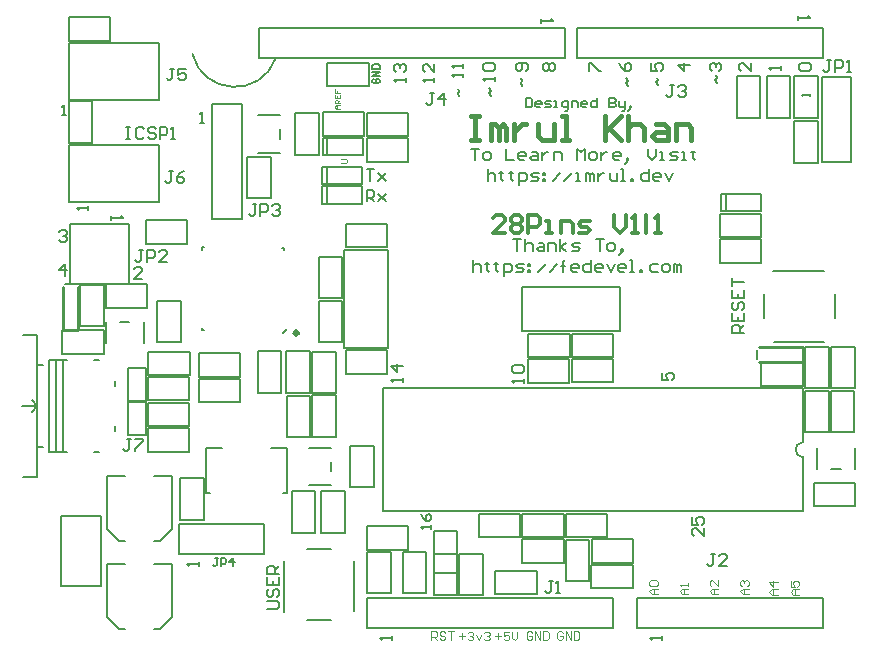
<source format=gto>
G04*
G04 #@! TF.GenerationSoftware,Altium Limited,Altium Designer,20.1.7 (139)*
G04*
G04 Layer_Color=65535*
%FSLAX44Y44*%
%MOMM*%
G71*
G04*
G04 #@! TF.SameCoordinates,5176B2A9-6DC6-4D15-A643-430D7AC4E40B*
G04*
G04*
G04 #@! TF.FilePolarity,Positive*
G04*
G01*
G75*
%ADD10C,0.2000*%
%ADD11C,0.5000*%
%ADD12C,0.2540*%
%ADD13C,0.1000*%
%ADD14C,0.1500*%
%ADD15C,0.3000*%
%ADD16C,0.4000*%
D10*
X116511Y499003D02*
G03*
X187152Y495300I35889J8997D01*
G01*
X633550Y170180D02*
G03*
X633550Y157480I0J-6350D01*
G01*
X431800Y495300D02*
Y520700D01*
X172720Y495300D02*
X431800D01*
X172720D02*
Y520700D01*
X431800D01*
X264160Y12700D02*
X472440D01*
X264160Y38100D02*
X472440D01*
Y12700D02*
Y38100D01*
X264160Y12700D02*
Y38100D01*
X441960Y520700D02*
X650240D01*
X441960Y495300D02*
X650240D01*
X441960D02*
Y520700D01*
X650240Y495300D02*
Y520700D01*
X492760Y12700D02*
Y38100D01*
X650112D01*
X492760Y12700D02*
X650112D01*
X650240Y19050D02*
Y31750D01*
Y12700D02*
Y19050D01*
Y31750D02*
Y38100D01*
X133300Y456648D02*
X158700D01*
Y359278D02*
Y456648D01*
X133300Y359278D02*
Y456648D01*
Y359278D02*
X158700D01*
X649276Y407706D02*
X674516D01*
X649276D02*
X649384Y479700D01*
X674516Y407706D02*
Y479700D01*
X649384D02*
X674516D01*
X177494Y75276D02*
Y100516D01*
X105500Y75384D02*
X177494Y75276D01*
X105500Y100516D02*
X177494D01*
X105500Y75384D02*
Y100516D01*
X11938Y460248D02*
Y508508D01*
X88138D01*
Y460248D02*
Y508508D01*
X11938Y460248D02*
X88138D01*
X11938Y373888D02*
Y422148D01*
X88138D01*
Y373888D02*
Y422148D01*
X11938Y373888D02*
X88138D01*
X13208Y354700D02*
X63246D01*
X13208Y303900D02*
X63246D01*
Y354700D01*
X13208Y303900D02*
Y354700D01*
X183306Y165558D02*
X196306D01*
X128306D02*
X141306D01*
X193263Y127558D02*
X196306D01*
X128306D02*
X131306D01*
X196306D02*
Y165558D01*
X128306Y127558D02*
Y165558D01*
X478534Y264053D02*
Y301263D01*
X395232Y264053D02*
X478534D01*
X395232D02*
Y301263D01*
X478534D01*
X245257Y249938D02*
X282467D01*
X245257D02*
Y333240D01*
X282467D01*
Y249938D02*
Y333240D01*
X277550Y111830D02*
X633550D01*
X277550D02*
Y215830D01*
X633550D01*
Y170180D02*
Y215830D01*
Y111830D02*
Y157480D01*
X172356Y447292D02*
X190356D01*
X172356Y415292D02*
X190356D01*
Y427292D02*
X190427Y435299D01*
X43284Y254106D02*
Y272106D01*
X75284Y254106D02*
Y272106D01*
X55277Y272177D02*
X63284Y272106D01*
X677670Y147464D02*
Y165464D01*
X645670Y147464D02*
Y165464D01*
X657670Y147464D02*
X665677Y147393D01*
X215536Y165606D02*
X233536D01*
X215536Y133606D02*
X233536D01*
Y145606D02*
X233607Y153613D01*
X54128Y86620D02*
X59128D01*
X44128Y96620D02*
X54128Y86620D01*
X84128D02*
X89128D01*
X84128Y141620D02*
X99128D01*
Y96620D02*
Y141620D01*
X44128Y96620D02*
Y141620D01*
X59128D01*
X89128Y86620D02*
X99128Y96620D01*
X54128Y12198D02*
X59128D01*
X44128Y22198D02*
X54128Y12198D01*
X84128D02*
X89128D01*
X84128Y67198D02*
X99128D01*
Y22198D02*
Y67198D01*
X44128Y22198D02*
Y67198D01*
X59128D01*
X89128Y12198D02*
X99128Y22198D01*
X5019Y48374D02*
Y107406D01*
Y48374D02*
X39164D01*
Y107406D01*
X5019D02*
X39164D01*
X607924Y315348D02*
X650924D01*
X608579Y255348D02*
X650924D01*
X600924Y275348D02*
Y295348D01*
X660924Y275348D02*
Y295348D01*
X193800Y26400D02*
Y69400D01*
X253800Y27055D02*
Y69400D01*
X213800Y19400D02*
X233800D01*
X213800Y79400D02*
X233800D01*
X564159Y365839D02*
X567943D01*
X564160Y380492D02*
X567944D01*
Y365840D02*
X597916D01*
Y380492D01*
X567944D02*
X597916D01*
X567944Y365840D02*
Y380492D01*
X564159Y365839D02*
Y380491D01*
X227101Y413083D02*
X230885D01*
X227102Y427736D02*
X230886D01*
Y413084D02*
X260858D01*
Y427736D01*
X230886D02*
X260858D01*
X230886Y413084D02*
Y427736D01*
X227101Y413083D02*
Y427735D01*
X226593Y388699D02*
X230377D01*
X226594Y403352D02*
X230378D01*
Y388700D02*
X260350D01*
Y403352D01*
X230378D02*
X260350D01*
X230378Y388700D02*
Y403352D01*
X226593Y388699D02*
Y403351D01*
Y372189D02*
X230377D01*
X226594Y386842D02*
X230378D01*
Y372190D02*
X260350D01*
Y386842D01*
X230378D02*
X260350D01*
X230378Y372190D02*
Y386842D01*
X226593Y372189D02*
Y386841D01*
X-19630Y196000D02*
X-14630Y201000D01*
X-19630Y206000D02*
X-14630Y201000D01*
X-15145D02*
X-14950D01*
X-15270D02*
X-14630D01*
X-27630D02*
X-14630D01*
Y166000D02*
X-9630D01*
X-14509Y235787D02*
X-9843D01*
X-26630Y261000D02*
X-14630D01*
X-26630Y141000D02*
X-14630D01*
Y261000D01*
X7370Y162000D02*
Y240000D01*
X1370Y162000D02*
Y240000D01*
X2870D01*
X33370D02*
X37370D01*
X51370Y218000D02*
Y222000D01*
Y180000D02*
Y184000D01*
X33370Y162000D02*
X37370D01*
X-4630Y240000D02*
X10370D01*
X-4630Y162000D02*
Y240000D01*
Y162000D02*
X10370D01*
X194498Y333013D02*
Y334998D01*
X194502Y335002D02*
X194503Y335004D01*
Y334997D02*
X194510D01*
X194502Y335004D02*
X194510Y334997D01*
X192506Y335004D02*
X194502D01*
X124390Y264819D02*
Y266804D01*
X124385Y264813D02*
X124387Y264815D01*
X124379Y264820D02*
X124385D01*
X124379D02*
X124386Y264813D01*
X126382D01*
X193500Y263000D02*
Y263006D01*
X196494Y266000D01*
X124590Y333052D02*
Y335049D01*
X124695Y335045D02*
X126681D01*
X9118Y303757D02*
X17282Y303834D01*
X594564Y248422D02*
X594641Y240258D01*
X163054Y411914D02*
X182856D01*
Y376864D02*
Y411914D01*
X163054Y376864D02*
Y411914D01*
Y376864D02*
X182856D01*
X264488Y429500D02*
Y449302D01*
X299538D01*
X264488Y429500D02*
X299538D01*
Y449302D01*
X264488Y407656D02*
Y427458D01*
X299538D01*
X264488Y407656D02*
X299538D01*
Y427458D01*
X86892Y254836D02*
X106694D01*
X86892D02*
Y289886D01*
X106694Y254836D02*
Y289886D01*
X86892D02*
X106694D01*
X77036Y338314D02*
Y358116D01*
X112086D01*
X77036Y338314D02*
X112086D01*
Y358116D01*
X114074Y205510D02*
Y225312D01*
X79024Y205510D02*
X114074D01*
X79024Y225312D02*
X114074D01*
X79024Y205510D02*
Y225312D01*
X114074Y183920D02*
Y203722D01*
X79024Y183920D02*
X114074D01*
X79024Y203722D02*
X114074D01*
X79024Y183920D02*
Y203722D01*
X79068Y162292D02*
Y182094D01*
X114118D01*
X79068Y162292D02*
X114118D01*
Y182094D01*
X223506Y290146D02*
X243308D01*
Y255096D02*
Y290146D01*
X223506Y255096D02*
Y290146D01*
Y255096D02*
X243308D01*
X602982Y479884D02*
X622784D01*
Y444834D02*
Y479884D01*
X602982Y444834D02*
Y479884D01*
Y444834D02*
X622784D01*
X577328Y479884D02*
X597130D01*
Y444834D02*
Y479884D01*
X577328Y444834D02*
Y479884D01*
Y444834D02*
X597130D01*
X626080Y441952D02*
X645882D01*
Y406902D02*
Y441952D01*
X626080Y406902D02*
Y441952D01*
Y406902D02*
X645882D01*
X359128Y89648D02*
Y109450D01*
X394178D01*
X359128Y89648D02*
X394178D01*
Y109450D01*
X633402Y217448D02*
Y237250D01*
X598352Y217448D02*
X633402D01*
X598352Y237250D02*
X633402D01*
X598352Y217448D02*
Y237250D01*
X262054Y429792D02*
Y449594D01*
X227004Y429792D02*
X262054D01*
X227004Y449594D02*
X262054D01*
X227004Y429792D02*
Y449594D01*
X400784Y220712D02*
Y240514D01*
X435834D01*
X400784Y220712D02*
X435834D01*
Y240514D01*
X598096Y343940D02*
Y363742D01*
X563046Y343940D02*
X598096D01*
X563046Y363742D02*
X598096D01*
X563046Y343940D02*
Y363742D01*
X657324Y213872D02*
X677126D01*
Y178822D02*
Y213872D01*
X657324Y178822D02*
Y213872D01*
Y178822D02*
X677126D01*
X21576Y303710D02*
X41378D01*
Y268660D02*
Y303710D01*
X21576Y268660D02*
Y303710D01*
Y268660D02*
X41378D01*
X657362Y215900D02*
X677164D01*
X657362D02*
Y250950D01*
X677164Y215900D02*
Y250950D01*
X657362D02*
X677164D01*
X264692Y42238D02*
X284494D01*
X264692D02*
Y77288D01*
X284494Y42238D02*
Y77288D01*
X264692D02*
X284494D01*
X250176Y167058D02*
X269978D01*
Y132008D02*
Y167058D01*
X250176Y132008D02*
Y167058D01*
Y132008D02*
X269978D01*
X41480Y245134D02*
Y264936D01*
X6430Y245134D02*
X41480D01*
X6430Y264936D02*
X41480D01*
X6430Y245134D02*
Y264936D01*
X635518Y215900D02*
X655320D01*
X635518D02*
Y250950D01*
X655320Y215900D02*
Y250950D01*
X635518D02*
X655320D01*
X264488Y79234D02*
Y99036D01*
X299538D01*
X264488Y79234D02*
X299538D01*
Y99036D01*
X156898Y203986D02*
Y223788D01*
X121848Y203986D02*
X156898D01*
X121848Y223788D02*
X156898D01*
X121848Y203986D02*
Y223788D01*
X320826Y59764D02*
X340628D01*
X320826D02*
Y94814D01*
X340628Y59764D02*
Y94814D01*
X320826D02*
X340628D01*
X320826Y40714D02*
X340628D01*
X320826D02*
Y75764D01*
X340628Y40714D02*
Y75764D01*
X320826D02*
X340628D01*
X62470Y205464D02*
Y232936D01*
Y205464D02*
X77237D01*
Y232936D01*
X62470D02*
X77237D01*
X77230Y176378D02*
Y203850D01*
X62463D02*
X77230D01*
X62463Y176378D02*
Y203850D01*
Y176378D02*
X77230D01*
X218203Y246888D02*
X238013D01*
X218203Y211836D02*
Y246888D01*
Y211836D02*
X238013D01*
Y246888D01*
X196079Y211974D02*
Y247026D01*
X215889D01*
Y211974D02*
Y247026D01*
X196079Y211974D02*
X215889D01*
X223537Y327050D02*
X243347D01*
X223537Y291998D02*
Y327050D01*
Y291998D02*
X243347D01*
Y327050D01*
X172079Y211974D02*
Y247026D01*
X191889D01*
Y211974D02*
Y247026D01*
X172079Y211974D02*
X191889D01*
X156972Y225537D02*
Y245347D01*
X121920D02*
X156972D01*
X121920Y225537D02*
Y245347D01*
Y225537D02*
X156972D01*
X31765Y423672D02*
Y458724D01*
X11955Y423672D02*
X31765D01*
X11955D02*
Y458724D01*
X31765D01*
X281432Y335265D02*
Y355075D01*
X246380D02*
X281432D01*
X246380Y335265D02*
Y355075D01*
Y335265D02*
X281432D01*
X246380Y228331D02*
X281432D01*
X246380D02*
Y248141D01*
X281432D01*
Y228331D02*
Y248141D01*
X626111Y480026D02*
X645921D01*
X626111Y444974D02*
Y480026D01*
Y444974D02*
X645921D01*
Y480026D01*
X126221Y104674D02*
Y139726D01*
X106411Y104674D02*
X126221D01*
X106411D02*
Y139726D01*
X126221D01*
X200931Y128778D02*
X220741D01*
X200931Y93726D02*
Y128778D01*
Y93726D02*
X220741D01*
Y128778D01*
X373126Y41387D02*
X408178D01*
X373126D02*
Y61197D01*
X408178D01*
Y41387D02*
Y61197D01*
X294911Y77368D02*
X314721D01*
X294911Y42316D02*
Y77368D01*
Y42316D02*
X314721D01*
Y77368D01*
X362473Y40538D02*
Y75590D01*
X342663Y40538D02*
X362473D01*
X342663D02*
Y75590D01*
X362473D01*
X46990Y510271D02*
Y530081D01*
X11938D02*
X46990D01*
X11938Y510271D02*
Y530081D01*
Y510271D02*
X46990D01*
X437744Y240553D02*
X472796D01*
Y220743D02*
Y240553D01*
X437744Y220743D02*
X472796D01*
X437744D02*
Y240553D01*
X454508Y68089D02*
Y87899D01*
Y68089D02*
X489560D01*
Y87899D01*
X454508D02*
X489560D01*
X230632Y471663D02*
X265684D01*
X230632D02*
Y491473D01*
X265684D01*
Y471663D02*
Y491473D01*
X395884Y68089D02*
Y87899D01*
Y68089D02*
X430936D01*
Y87899D01*
X395884D02*
X430936D01*
X395986Y109489D02*
X431038D01*
Y89679D02*
Y109489D01*
X395986Y89679D02*
X431038D01*
X395986D02*
Y109489D01*
X467868Y89647D02*
Y109457D01*
X432816D02*
X467868D01*
X432816Y89647D02*
Y109457D01*
Y89647D02*
X467868D01*
X437744Y242301D02*
X472796D01*
X437744D02*
Y262111D01*
X472796D01*
Y242301D02*
Y262111D01*
X203693Y413512D02*
X223503D01*
Y448564D01*
X203693D02*
X223503D01*
X203693Y413512D02*
Y448564D01*
X400812Y262143D02*
X435864D01*
Y242333D02*
Y262143D01*
X400812Y242333D02*
X435864D01*
X400812D02*
Y262143D01*
X677926Y116063D02*
Y135873D01*
X642874D02*
X677926D01*
X642874Y116063D02*
Y135873D01*
Y116063D02*
X677926D01*
X238013Y174752D02*
Y209804D01*
X218203Y174752D02*
X238013D01*
X218203D02*
Y209804D01*
X238013D01*
X78232Y283957D02*
Y303767D01*
X43180D02*
X78232D01*
X43180Y283957D02*
Y303767D01*
Y283957D02*
X78232D01*
X79096Y227061D02*
X114148D01*
X79096D02*
Y246871D01*
X114148D01*
Y227061D02*
Y246871D01*
X635479Y178894D02*
X655289D01*
Y213946D01*
X635479D02*
X655289D01*
X635479Y178894D02*
Y213946D01*
X245633Y93472D02*
Y128524D01*
X225823Y93472D02*
X245633D01*
X225823D02*
Y128524D01*
X245633D01*
X597916Y322057D02*
Y341867D01*
X562864D02*
X597916D01*
X562864Y322057D02*
Y341867D01*
Y322057D02*
X597916D01*
X196327Y174650D02*
Y209702D01*
X216137D01*
Y174650D02*
Y209702D01*
X196327Y174650D02*
X216137D01*
X454406Y46499D02*
Y66309D01*
Y46499D02*
X489458D01*
Y66309D01*
X454406D02*
X489458D01*
X432801Y52730D02*
Y87782D01*
X452611D01*
Y52730D02*
Y87782D01*
X432801Y52730D02*
X452611D01*
X411923Y528793D02*
Y525461D01*
Y527127D01*
X421919D01*
X420253Y528793D01*
X285298Y2589D02*
Y5922D01*
Y4255D01*
X275301D01*
X276967Y2589D01*
X629102Y530811D02*
Y527478D01*
Y529145D01*
X639099D01*
X637433Y530811D01*
X513898Y2589D02*
Y5922D01*
Y4255D01*
X503901D01*
X505567Y2589D01*
X123189Y440102D02*
X126522D01*
X124855D01*
Y450099D01*
X123189Y448433D01*
X639500Y463000D02*
Y465333D01*
Y464166D01*
X632502D01*
X633669Y463000D01*
X122098Y65189D02*
Y68521D01*
Y66855D01*
X112101D01*
X113767Y65189D01*
X28480Y366490D02*
Y369822D01*
Y368156D01*
X18483D01*
X20149Y366490D01*
X47720Y361590D02*
Y358258D01*
Y359924D01*
X57717D01*
X56051Y361590D01*
X373000Y476000D02*
Y479332D01*
Y477666D01*
X363003D01*
X364669Y476000D01*
Y484331D02*
X363003Y485997D01*
Y489329D01*
X364669Y490995D01*
X371334D01*
X373000Y489329D01*
Y485997D01*
X371334Y484331D01*
X364669D01*
X354000Y324329D02*
Y314332D01*
Y319331D01*
X355666Y320997D01*
X358998D01*
X360664Y319331D01*
Y314332D01*
X365663Y322663D02*
Y320997D01*
X363997D01*
X367329D01*
X365663D01*
Y315998D01*
X367329Y314332D01*
X373994Y322663D02*
Y320997D01*
X372327D01*
X375660D01*
X373994D01*
Y315998D01*
X375660Y314332D01*
X380658Y311000D02*
Y320997D01*
X385657D01*
X387323Y319331D01*
Y315998D01*
X385657Y314332D01*
X380658D01*
X390655D02*
X395653D01*
X397319Y315998D01*
X395653Y317665D01*
X392321D01*
X390655Y319331D01*
X392321Y320997D01*
X397319D01*
X400652D02*
X402318D01*
Y319331D01*
X400652D01*
Y320997D01*
Y315998D02*
X402318D01*
Y314332D01*
X400652D01*
Y315998D01*
X408982Y314332D02*
X415647Y320997D01*
X418979Y314332D02*
X425644Y320997D01*
X430642Y314332D02*
Y322663D01*
Y319331D01*
X428976D01*
X432308D01*
X430642D01*
Y322663D01*
X432308Y324329D01*
X442305Y314332D02*
X438973D01*
X437307Y315998D01*
Y319331D01*
X438973Y320997D01*
X442305D01*
X443971Y319331D01*
Y317665D01*
X437307D01*
X453968Y324329D02*
Y314332D01*
X448969D01*
X447303Y315998D01*
Y319331D01*
X448969Y320997D01*
X453968D01*
X462298Y314332D02*
X458966D01*
X457300Y315998D01*
Y319331D01*
X458966Y320997D01*
X462298D01*
X463965Y319331D01*
Y317665D01*
X457300D01*
X467297Y320997D02*
X470629Y314332D01*
X473961Y320997D01*
X482292Y314332D02*
X478960D01*
X477294Y315998D01*
Y319331D01*
X478960Y320997D01*
X482292D01*
X483958Y319331D01*
Y317665D01*
X477294D01*
X487290Y314332D02*
X490623D01*
X488956D01*
Y324329D01*
X487290D01*
X495621Y314332D02*
Y315998D01*
X497287D01*
Y314332D01*
X495621D01*
X510616Y320997D02*
X505618D01*
X503952Y319331D01*
Y315998D01*
X505618Y314332D01*
X510616D01*
X515615D02*
X518947D01*
X520613Y315998D01*
Y319331D01*
X518947Y320997D01*
X515615D01*
X513948Y319331D01*
Y315998D01*
X515615Y314332D01*
X523945D02*
Y320997D01*
X525611D01*
X527277Y319331D01*
Y314332D01*
Y319331D01*
X528944Y320997D01*
X530610Y319331D01*
Y314332D01*
X388000Y341829D02*
X394664D01*
X391332D01*
Y331832D01*
X397997Y341829D02*
Y331832D01*
Y336831D01*
X399663Y338497D01*
X402995D01*
X404661Y336831D01*
Y331832D01*
X409660Y338497D02*
X412992D01*
X414658Y336831D01*
Y331832D01*
X409660D01*
X407994Y333498D01*
X409660Y335164D01*
X414658D01*
X417990Y331832D02*
Y338497D01*
X422989D01*
X424655Y336831D01*
Y331832D01*
X427987D02*
Y341829D01*
Y335164D02*
X432985Y338497D01*
X427987Y335164D02*
X432985Y331832D01*
X437984D02*
X442982D01*
X444648Y333498D01*
X442982Y335164D01*
X439650D01*
X437984Y336831D01*
X439650Y338497D01*
X444648D01*
X457977Y341829D02*
X464642D01*
X461310D01*
Y331832D01*
X469640D02*
X472973D01*
X474639Y333498D01*
Y336831D01*
X472973Y338497D01*
X469640D01*
X467974Y336831D01*
Y333498D01*
X469640Y331832D01*
X479637Y330166D02*
X481303Y331832D01*
Y333498D01*
X479637D01*
Y331832D01*
X481303D01*
X479637Y330166D01*
X477971Y328500D01*
X366500Y401329D02*
Y391332D01*
Y396331D01*
X368166Y397997D01*
X371498D01*
X373164Y396331D01*
Y391332D01*
X378163Y399663D02*
Y397997D01*
X376497D01*
X379829D01*
X378163D01*
Y392998D01*
X379829Y391332D01*
X386494Y399663D02*
Y397997D01*
X384827D01*
X388160D01*
X386494D01*
Y392998D01*
X388160Y391332D01*
X393158Y388000D02*
Y397997D01*
X398157D01*
X399823Y396331D01*
Y392998D01*
X398157Y391332D01*
X393158D01*
X403155D02*
X408153D01*
X409819Y392998D01*
X408153Y394664D01*
X404821D01*
X403155Y396331D01*
X404821Y397997D01*
X409819D01*
X413152D02*
X414818D01*
Y396331D01*
X413152D01*
Y397997D01*
Y392998D02*
X414818D01*
Y391332D01*
X413152D01*
Y392998D01*
X421482Y391332D02*
X428147Y397997D01*
X431479Y391332D02*
X438144Y397997D01*
X441476Y391332D02*
X444808D01*
X443142D01*
Y397997D01*
X441476D01*
X449807Y391332D02*
Y397997D01*
X451473D01*
X453139Y396331D01*
Y391332D01*
Y396331D01*
X454805Y397997D01*
X456471Y396331D01*
Y391332D01*
X459803Y397997D02*
Y391332D01*
Y394664D01*
X461469Y396331D01*
X463135Y397997D01*
X464802D01*
X469800D02*
Y392998D01*
X471466Y391332D01*
X476465D01*
Y397997D01*
X479797Y391332D02*
X483129D01*
X481463D01*
Y401329D01*
X479797D01*
X488127Y391332D02*
Y392998D01*
X489794D01*
Y391332D01*
X488127D01*
X503123Y401329D02*
Y391332D01*
X498124D01*
X496458Y392998D01*
Y396331D01*
X498124Y397997D01*
X503123D01*
X511453Y391332D02*
X508121D01*
X506455Y392998D01*
Y396331D01*
X508121Y397997D01*
X511453D01*
X513119Y396331D01*
Y394664D01*
X506455D01*
X516452Y397997D02*
X519784Y391332D01*
X523116Y397997D01*
X352500Y418829D02*
X359165D01*
X355832D01*
Y408832D01*
X364163D02*
X367495D01*
X369161Y410498D01*
Y413831D01*
X367495Y415497D01*
X364163D01*
X362497Y413831D01*
Y410498D01*
X364163Y408832D01*
X382490Y418829D02*
Y408832D01*
X389155D01*
X397486D02*
X394153D01*
X392487Y410498D01*
Y413831D01*
X394153Y415497D01*
X397486D01*
X399152Y413831D01*
Y412164D01*
X392487D01*
X404150Y415497D02*
X407482D01*
X409148Y413831D01*
Y408832D01*
X404150D01*
X402484Y410498D01*
X404150Y412164D01*
X409148D01*
X412481Y415497D02*
Y408832D01*
Y412164D01*
X414147Y413831D01*
X415813Y415497D01*
X417479D01*
X422477Y408832D02*
Y415497D01*
X427476D01*
X429142Y413831D01*
Y408832D01*
X442471D02*
Y418829D01*
X445803Y415497D01*
X449136Y418829D01*
Y408832D01*
X454134D02*
X457466D01*
X459132Y410498D01*
Y413831D01*
X457466Y415497D01*
X454134D01*
X452468Y413831D01*
Y410498D01*
X454134Y408832D01*
X462465Y415497D02*
Y408832D01*
Y412164D01*
X464131Y413831D01*
X465797Y415497D01*
X467463D01*
X477460Y408832D02*
X474128D01*
X472461Y410498D01*
Y413831D01*
X474128Y415497D01*
X477460D01*
X479126Y413831D01*
Y412164D01*
X472461D01*
X484124Y407166D02*
X485790Y408832D01*
Y410498D01*
X484124D01*
Y408832D01*
X485790D01*
X484124Y407166D01*
X482458Y405500D01*
X502452Y418829D02*
Y412164D01*
X505784Y408832D01*
X509116Y412164D01*
Y418829D01*
X512449Y408832D02*
X515781D01*
X514115D01*
Y415497D01*
X512449D01*
X520779Y408832D02*
X525778D01*
X527444Y410498D01*
X525778Y412164D01*
X522445D01*
X520779Y413831D01*
X522445Y415497D01*
X527444D01*
X530776Y408832D02*
X534108D01*
X532442D01*
Y415497D01*
X530776D01*
X540773Y417163D02*
Y415497D01*
X539106D01*
X542439D01*
X540773D01*
Y410498D01*
X542439Y408832D01*
X342500Y463000D02*
X341072Y465380D01*
X342500Y467285D01*
X341548Y469189D01*
X369000Y463500D02*
X367572Y465880D01*
X369000Y467785D01*
X368048Y469689D01*
X396000Y472000D02*
X394572Y474380D01*
X396000Y476285D01*
X395048Y478189D01*
X485000Y472000D02*
X483572Y474380D01*
X485000Y476285D01*
X484048Y478189D01*
X510500Y472500D02*
X509072Y474880D01*
X510500Y476785D01*
X509548Y478689D01*
X556169Y484500D02*
X554503Y486166D01*
Y489498D01*
X556169Y491165D01*
X557836D01*
X559502Y489498D01*
Y487832D01*
Y489498D01*
X561168Y491165D01*
X562834D01*
X564500Y489498D01*
Y486166D01*
X562834Y484500D01*
X560500Y474500D02*
X559072Y476880D01*
X560500Y478785D01*
X559548Y480689D01*
X505003Y491165D02*
Y484500D01*
X510002D01*
X508335Y487832D01*
Y489498D01*
X510002Y491165D01*
X513334D01*
X515000Y489498D01*
Y486166D01*
X513334Y484500D01*
X478003Y491165D02*
X479669Y487832D01*
X483002Y484500D01*
X486334D01*
X488000Y486166D01*
Y489498D01*
X486334Y491165D01*
X484668D01*
X483002Y489498D01*
Y484500D01*
X398834D02*
X400500Y486166D01*
Y489498D01*
X398834Y491165D01*
X392169D01*
X390503Y489498D01*
Y486166D01*
X392169Y484500D01*
X393835D01*
X395502Y486166D01*
Y491165D01*
X346000Y479000D02*
Y482332D01*
Y480666D01*
X336003D01*
X337669Y479000D01*
X346000Y487331D02*
Y490663D01*
Y488997D01*
X336003D01*
X337669Y487331D01*
X297500Y475000D02*
Y478332D01*
Y476666D01*
X287503D01*
X289169Y475000D01*
Y483331D02*
X287503Y484997D01*
Y488329D01*
X289169Y489995D01*
X290835D01*
X292502Y488329D01*
Y486663D01*
Y488329D01*
X294168Y489995D01*
X295834D01*
X297500Y488329D01*
Y484997D01*
X295834Y483331D01*
X321500Y475500D02*
Y478832D01*
Y477166D01*
X311503D01*
X313169Y475500D01*
X321500Y490495D02*
Y483831D01*
X314835Y490495D01*
X313169D01*
X311503Y488829D01*
Y485497D01*
X313169Y483831D01*
X415169Y484500D02*
X413503Y486166D01*
Y489498D01*
X415169Y491165D01*
X416836D01*
X418502Y489498D01*
X420168Y491165D01*
X421834D01*
X423500Y489498D01*
Y486166D01*
X421834Y484500D01*
X420168D01*
X418502Y486166D01*
X416836Y484500D01*
X415169D01*
X418502Y486166D02*
Y489498D01*
X452503Y484500D02*
Y491165D01*
X454169D01*
X460834Y484500D01*
X462500D01*
X538000Y489498D02*
X528003D01*
X533002Y484500D01*
Y491165D01*
X589500Y491165D02*
Y484500D01*
X582836Y491165D01*
X581169D01*
X579503Y489498D01*
Y486166D01*
X581169Y484500D01*
X615000Y485500D02*
Y488832D01*
Y487166D01*
X605003D01*
X606669Y485500D01*
X631669Y484500D02*
X630003Y486166D01*
Y489498D01*
X631669Y491165D01*
X638334D01*
X640000Y489498D01*
Y486166D01*
X638334Y484500D01*
X631669D01*
X264000Y401497D02*
X270665D01*
X267332D01*
Y391500D01*
X273997Y398164D02*
X280661Y391500D01*
X277329Y394832D01*
X280661Y398164D01*
X273997Y391500D01*
X264000Y374000D02*
Y383997D01*
X268998D01*
X270665Y382331D01*
Y378998D01*
X268998Y377332D01*
X264000D01*
X267332D02*
X270665Y374000D01*
X273997Y380664D02*
X280661Y374000D01*
X277329Y377332D01*
X280661Y380664D01*
X273997Y374000D01*
X549500Y97164D02*
Y90500D01*
X542835Y97164D01*
X541169D01*
X539503Y95498D01*
Y92166D01*
X541169Y90500D01*
X539503Y107161D02*
Y100497D01*
X544502D01*
X542835Y103829D01*
Y105495D01*
X544502Y107161D01*
X547834D01*
X549500Y105495D01*
Y102163D01*
X547834Y100497D01*
X295000Y221000D02*
Y224332D01*
Y222666D01*
X285003D01*
X286669Y221000D01*
X295000Y234329D02*
X285003D01*
X290002Y229331D01*
Y235995D01*
X397000Y220500D02*
Y223832D01*
Y222166D01*
X387003D01*
X388669Y220500D01*
Y228831D02*
X387003Y230497D01*
Y233829D01*
X388669Y235495D01*
X395334D01*
X397000Y233829D01*
Y230497D01*
X395334Y228831D01*
X388669D01*
X514003Y229165D02*
Y222500D01*
X519002D01*
X517336Y225832D01*
Y227498D01*
X519002Y229165D01*
X522334D01*
X524000Y227498D01*
Y224166D01*
X522334Y222500D01*
X8498Y311000D02*
Y320997D01*
X3500Y315998D01*
X10165D01*
X3500Y348331D02*
X5166Y349997D01*
X8498D01*
X10165Y348331D01*
Y346665D01*
X8498Y344998D01*
X6832D01*
X8498D01*
X10165Y343332D01*
Y341666D01*
X8498Y340000D01*
X5166D01*
X3500Y341666D01*
X73664Y308500D02*
X67000D01*
X73664Y315165D01*
Y316831D01*
X71998Y318497D01*
X68666D01*
X67000Y316831D01*
X60500Y436997D02*
X63832D01*
X62166D01*
Y427000D01*
X60500D01*
X63832D01*
X75495Y435331D02*
X73829Y436997D01*
X70497D01*
X68831Y435331D01*
Y428666D01*
X70497Y427000D01*
X73829D01*
X75495Y428666D01*
X85492Y435331D02*
X83826Y436997D01*
X80494D01*
X78827Y435331D01*
Y433665D01*
X80494Y431998D01*
X83826D01*
X85492Y430332D01*
Y428666D01*
X83826Y427000D01*
X80494D01*
X78827Y428666D01*
X88824Y427000D02*
Y436997D01*
X93823D01*
X95489Y435331D01*
Y431998D01*
X93823Y430332D01*
X88824D01*
X98821Y427000D02*
X102153D01*
X100487D01*
Y436997D01*
X98821Y435331D01*
X179503Y29000D02*
X187834D01*
X189500Y30666D01*
Y33998D01*
X187834Y35665D01*
X179503D01*
X181169Y45661D02*
X179503Y43995D01*
Y40663D01*
X181169Y38997D01*
X182835D01*
X184502Y40663D01*
Y43995D01*
X186168Y45661D01*
X187834D01*
X189500Y43995D01*
Y40663D01*
X187834Y38997D01*
X179503Y55658D02*
Y48994D01*
X189500D01*
Y55658D01*
X184502Y48994D02*
Y52326D01*
X189500Y58990D02*
X179503D01*
Y63989D01*
X181169Y65655D01*
X184502D01*
X186168Y63989D01*
Y58990D01*
Y62323D02*
X189500Y65655D01*
X583500Y262500D02*
X573503D01*
Y267498D01*
X575169Y269165D01*
X578502D01*
X580168Y267498D01*
Y262500D01*
Y265832D02*
X583500Y269165D01*
X573503Y279161D02*
Y272497D01*
X583500D01*
Y279161D01*
X578502Y272497D02*
Y275829D01*
X575169Y289158D02*
X573503Y287492D01*
Y284160D01*
X575169Y282494D01*
X576836D01*
X578502Y284160D01*
Y287492D01*
X580168Y289158D01*
X581834D01*
X583500Y287492D01*
Y284160D01*
X581834Y282494D01*
X573503Y299155D02*
Y292490D01*
X583500D01*
Y299155D01*
X578502Y292490D02*
Y295823D01*
X573503Y302487D02*
Y309152D01*
Y305819D01*
X583500D01*
X170835Y371998D02*
X167503D01*
X169169D01*
Y363668D01*
X167503Y362002D01*
X165837D01*
X164171Y363668D01*
X174168Y362002D02*
Y371998D01*
X179166D01*
X180832Y370332D01*
Y367000D01*
X179166Y365334D01*
X174168D01*
X184165Y370332D02*
X185831Y371998D01*
X189163D01*
X190829Y370332D01*
Y368666D01*
X189163Y367000D01*
X187497D01*
X189163D01*
X190829Y365334D01*
Y363668D01*
X189163Y362002D01*
X185831D01*
X184165Y363668D01*
X74836Y332998D02*
X71503D01*
X73169D01*
Y324668D01*
X71503Y323002D01*
X69837D01*
X68171Y324668D01*
X78168Y323002D02*
Y332998D01*
X83166D01*
X84832Y331332D01*
Y328000D01*
X83166Y326334D01*
X78168D01*
X94829Y323002D02*
X88165D01*
X94829Y329666D01*
Y331332D01*
X93163Y332998D01*
X89831D01*
X88165Y331332D01*
X657502Y493498D02*
X654169D01*
X655835D01*
Y485168D01*
X654169Y483502D01*
X652503D01*
X650837Y485168D01*
X660834Y483502D02*
Y493498D01*
X665832D01*
X667498Y491832D01*
Y488500D01*
X665832Y486834D01*
X660834D01*
X670831Y483502D02*
X674163D01*
X672497D01*
Y493498D01*
X670831Y491832D01*
X64374Y172622D02*
X61042D01*
X62708D01*
Y164292D01*
X61042Y162626D01*
X59376D01*
X57709Y164292D01*
X67706Y172622D02*
X74371D01*
Y170956D01*
X67706Y164292D01*
Y162626D01*
X99834Y399998D02*
X96502D01*
X98168D01*
Y391668D01*
X96502Y390002D01*
X94836D01*
X93169Y391668D01*
X109831Y399998D02*
X106498Y398332D01*
X103166Y395000D01*
Y391668D01*
X104832Y390002D01*
X108165D01*
X109831Y391668D01*
Y393334D01*
X108165Y395000D01*
X103166D01*
X101334Y486498D02*
X98002D01*
X99668D01*
Y478168D01*
X98002Y476502D01*
X96335D01*
X94669Y478168D01*
X111331Y486498D02*
X104666D01*
Y481500D01*
X107998Y483166D01*
X109664D01*
X111331Y481500D01*
Y478168D01*
X109664Y476502D01*
X106332D01*
X104666Y478168D01*
X321334Y465998D02*
X318002D01*
X319668D01*
Y457668D01*
X318002Y456002D01*
X316336D01*
X314669Y457668D01*
X329664Y456002D02*
Y465998D01*
X324666Y461000D01*
X331331D01*
X524334Y472498D02*
X521002D01*
X522668D01*
Y464168D01*
X521002Y462502D01*
X519336D01*
X517669Y464168D01*
X527666Y470832D02*
X529332Y472498D01*
X532664D01*
X534331Y470832D01*
Y469166D01*
X532664Y467500D01*
X530998D01*
X532664D01*
X534331Y465834D01*
Y464168D01*
X532664Y462502D01*
X529332D01*
X527666Y464168D01*
X559334Y75498D02*
X556002D01*
X557668D01*
Y67168D01*
X556002Y65502D01*
X554336D01*
X552669Y67168D01*
X569331Y65502D02*
X562666D01*
X569331Y72166D01*
Y73832D01*
X567664Y75498D01*
X564332D01*
X562666Y73832D01*
X421500Y52498D02*
X418168D01*
X419834D01*
Y44168D01*
X418168Y42502D01*
X416502D01*
X414836Y44168D01*
X424832Y42502D02*
X428164D01*
X426498D01*
Y52498D01*
X424832Y50832D01*
D11*
X205240Y262638D02*
G03*
X205240Y262638I-902J0D01*
G01*
D12*
X19558Y265176D02*
Y301752D01*
X6828Y265176D02*
Y301752D01*
Y265176D02*
X19558D01*
X596646Y250698D02*
X633222D01*
X596646Y237968D02*
X633222D01*
Y250698D01*
D13*
X430165Y8831D02*
X428999Y9998D01*
X426666D01*
X425500Y8831D01*
Y4166D01*
X426666Y3000D01*
X428999D01*
X430165Y4166D01*
Y6499D01*
X427833D01*
X432498Y3000D02*
Y9998D01*
X437163Y3000D01*
Y9998D01*
X439496D02*
Y3000D01*
X442994D01*
X444161Y4166D01*
Y8831D01*
X442994Y9998D01*
X439496D01*
X404165Y8831D02*
X402999Y9998D01*
X400666D01*
X399500Y8831D01*
Y4166D01*
X400666Y3000D01*
X402999D01*
X404165Y4166D01*
Y6499D01*
X401833D01*
X406498Y3000D02*
Y9998D01*
X411163Y3000D01*
Y9998D01*
X413495D02*
Y3000D01*
X416994D01*
X418161Y4166D01*
Y8831D01*
X416994Y9998D01*
X413495D01*
X319000Y3000D02*
Y9998D01*
X322499D01*
X323665Y8831D01*
Y6499D01*
X322499Y5333D01*
X319000D01*
X321333D02*
X323665Y3000D01*
X330663Y8831D02*
X329497Y9998D01*
X327164D01*
X325998Y8831D01*
Y7665D01*
X327164Y6499D01*
X329497D01*
X330663Y5333D01*
Y4166D01*
X329497Y3000D01*
X327164D01*
X325998Y4166D01*
X332995Y9998D02*
X337661D01*
X335328D01*
Y3000D01*
X342500Y5999D02*
X347165D01*
X344833Y8332D02*
Y3666D01*
X349498Y8332D02*
X350664Y9498D01*
X352997D01*
X354163Y8332D01*
Y7165D01*
X352997Y5999D01*
X351830D01*
X352997D01*
X354163Y4833D01*
Y3666D01*
X352997Y2500D01*
X350664D01*
X349498Y3666D01*
X356496Y7165D02*
X358828Y2500D01*
X361161Y7165D01*
X363493Y8332D02*
X364660Y9498D01*
X366992D01*
X368158Y8332D01*
Y7165D01*
X366992Y5999D01*
X365826D01*
X366992D01*
X368158Y4833D01*
Y3666D01*
X366992Y2500D01*
X364660D01*
X363493Y3666D01*
X373000Y5999D02*
X377665D01*
X375333Y8332D02*
Y3666D01*
X384663Y9498D02*
X379998D01*
Y5999D01*
X382330Y7165D01*
X383497D01*
X384663Y5999D01*
Y3666D01*
X383497Y2500D01*
X381164D01*
X379998Y3666D01*
X386996Y9498D02*
Y4833D01*
X389328Y2500D01*
X391661Y4833D01*
Y9498D01*
X630000Y41000D02*
X625335D01*
X623002Y43333D01*
X625335Y45665D01*
X630000D01*
X626501D01*
Y41000D01*
X623002Y52663D02*
Y47998D01*
X626501D01*
X625335Y50330D01*
Y51497D01*
X626501Y52663D01*
X628834D01*
X630000Y51497D01*
Y49164D01*
X628834Y47998D01*
X612000Y41000D02*
X607335D01*
X605002Y43333D01*
X607335Y45665D01*
X612000D01*
X608501D01*
Y41000D01*
X612000Y51497D02*
X605002D01*
X608501Y47998D01*
Y52663D01*
X587500Y41500D02*
X582835D01*
X580502Y43833D01*
X582835Y46165D01*
X587500D01*
X584001D01*
Y41500D01*
X581669Y48498D02*
X580502Y49664D01*
Y51997D01*
X581669Y53163D01*
X582835D01*
X584001Y51997D01*
Y50830D01*
Y51997D01*
X585167Y53163D01*
X586334D01*
X587500Y51997D01*
Y49664D01*
X586334Y48498D01*
X561500Y41500D02*
X556835D01*
X554502Y43833D01*
X556835Y46165D01*
X561500D01*
X558001D01*
Y41500D01*
X561500Y53163D02*
Y48498D01*
X556835Y53163D01*
X555668D01*
X554502Y51997D01*
Y49664D01*
X555668Y48498D01*
X536000Y41500D02*
X531335D01*
X529002Y43833D01*
X531335Y46165D01*
X536000D01*
X532501D01*
Y41500D01*
X536000Y48498D02*
Y50830D01*
Y49664D01*
X529002D01*
X530168Y48498D01*
X510500Y41500D02*
X505835D01*
X503502Y43833D01*
X505835Y46165D01*
X510500D01*
X507001D01*
Y41500D01*
X504669Y48498D02*
X503502Y49664D01*
Y51997D01*
X504669Y53163D01*
X509334D01*
X510500Y51997D01*
Y49664D01*
X509334Y48498D01*
X504669D01*
X241500Y452500D02*
X238501D01*
X237001Y453999D01*
X238501Y455499D01*
X241500D01*
X239251D01*
Y452500D01*
X241500Y456998D02*
X237001D01*
Y459248D01*
X237751Y459998D01*
X239251D01*
X240000Y459248D01*
Y456998D01*
Y458498D02*
X241500Y459998D01*
X237001Y464496D02*
Y461497D01*
X241500D01*
Y464496D01*
X239251Y461497D02*
Y462997D01*
X237001Y468995D02*
Y465996D01*
X239251D01*
Y467495D01*
Y465996D01*
X241500D01*
X242502Y406500D02*
X246667D01*
X247500Y407333D01*
Y408999D01*
X246667Y409832D01*
X242502D01*
D14*
X6500Y447500D02*
X9166D01*
X7833D01*
Y455497D01*
X6500Y454165D01*
X399000Y461663D02*
Y453666D01*
X402999D01*
X404332Y454999D01*
Y460330D01*
X402999Y461663D01*
X399000D01*
X410996Y453666D02*
X408330D01*
X406997Y454999D01*
Y457664D01*
X408330Y458997D01*
X410996D01*
X412329Y457664D01*
Y456332D01*
X406997D01*
X414995Y453666D02*
X418993D01*
X420326Y454999D01*
X418993Y456332D01*
X416328D01*
X414995Y457664D01*
X416328Y458997D01*
X420326D01*
X422992Y453666D02*
X425658D01*
X424325D01*
Y458997D01*
X422992D01*
X432323Y451000D02*
X433656D01*
X434988Y452333D01*
Y458997D01*
X430990D01*
X429657Y457664D01*
Y454999D01*
X430990Y453666D01*
X434988D01*
X437654D02*
Y458997D01*
X441653D01*
X442986Y457664D01*
Y453666D01*
X449650D02*
X446984D01*
X445652Y454999D01*
Y457664D01*
X446984Y458997D01*
X449650D01*
X450983Y457664D01*
Y456332D01*
X445652D01*
X458981Y461663D02*
Y453666D01*
X454982D01*
X453649Y454999D01*
Y457664D01*
X454982Y458997D01*
X458981D01*
X469644Y461663D02*
Y453666D01*
X473643D01*
X474976Y454999D01*
Y456332D01*
X473643Y457664D01*
X469644D01*
X473643D01*
X474976Y458997D01*
Y460330D01*
X473643Y461663D01*
X469644D01*
X477641Y458997D02*
Y454999D01*
X478974Y453666D01*
X482973D01*
Y452333D01*
X481640Y451000D01*
X480307D01*
X482973Y453666D02*
Y458997D01*
X486972Y452333D02*
X488304Y453666D01*
Y454999D01*
X486972D01*
Y453666D01*
X488304D01*
X486972Y452333D01*
X485639Y451000D01*
X270002Y477999D02*
X269002Y476999D01*
Y475000D01*
X270002Y474000D01*
X274000D01*
X275000Y475000D01*
Y476999D01*
X274000Y477999D01*
X272001D01*
Y475999D01*
X275000Y479998D02*
X269002D01*
X275000Y483997D01*
X269002D01*
Y485996D02*
X275000D01*
Y488995D01*
X274000Y489995D01*
X270002D01*
X269002Y488995D01*
Y485996D01*
X318500Y97000D02*
Y99666D01*
Y98333D01*
X310503D01*
X311835Y97000D01*
X310503Y108996D02*
X311835Y106330D01*
X314501Y103665D01*
X317167D01*
X318500Y104997D01*
Y107663D01*
X317167Y108996D01*
X315834D01*
X314501Y107663D01*
Y103665D01*
X138335Y71999D02*
X136002D01*
X137169D01*
Y66167D01*
X136002Y65001D01*
X134836D01*
X133670Y66167D01*
X140667Y65001D02*
Y71999D01*
X144166D01*
X145333Y70833D01*
Y68500D01*
X144166Y67334D01*
X140667D01*
X151164Y65001D02*
Y71999D01*
X147665Y68500D01*
X152330D01*
D15*
X380997Y347500D02*
X371000D01*
X380997Y357497D01*
Y359996D01*
X378498Y362495D01*
X373499D01*
X371000Y359996D01*
X385995D02*
X388494Y362495D01*
X393493D01*
X395992Y359996D01*
Y357497D01*
X393493Y354998D01*
X395992Y352498D01*
Y349999D01*
X393493Y347500D01*
X388494D01*
X385995Y349999D01*
Y352498D01*
X388494Y354998D01*
X385995Y357497D01*
Y359996D01*
X388494Y354998D02*
X393493D01*
X400990Y347500D02*
Y362495D01*
X408488D01*
X410987Y359996D01*
Y354998D01*
X408488Y352498D01*
X400990D01*
X415985Y347500D02*
X420984D01*
X418485D01*
Y357497D01*
X415985D01*
X428481Y347500D02*
Y357497D01*
X435979D01*
X438478Y354998D01*
Y347500D01*
X443476D02*
X450974D01*
X453473Y349999D01*
X450974Y352498D01*
X445976D01*
X443476Y354998D01*
X445976Y357497D01*
X453473D01*
X473467Y362495D02*
Y352498D01*
X478465Y347500D01*
X483464Y352498D01*
Y362495D01*
X488462Y347500D02*
X493460D01*
X490961D01*
Y362495D01*
X488462Y359996D01*
X500958Y362495D02*
Y347500D01*
X508456D02*
X513454D01*
X510955D01*
Y362495D01*
X508456Y359996D01*
D16*
X352500Y445993D02*
X359165D01*
X355832D01*
Y426000D01*
X352500D01*
X359165D01*
X369161D02*
Y439329D01*
X372494D01*
X375826Y435997D01*
Y426000D01*
Y435997D01*
X379158Y439329D01*
X382490Y435997D01*
Y426000D01*
X389155Y439329D02*
Y426000D01*
Y432664D01*
X392487Y435997D01*
X395819Y439329D01*
X399152D01*
X409148D02*
Y429332D01*
X412481Y426000D01*
X422477D01*
Y439329D01*
X429142Y426000D02*
X435806D01*
X432474D01*
Y445993D01*
X429142D01*
X465797D02*
Y426000D01*
Y432664D01*
X479126Y445993D01*
X469129Y435997D01*
X479126Y426000D01*
X485790Y445993D02*
Y426000D01*
Y435997D01*
X489123Y439329D01*
X495787D01*
X499119Y435997D01*
Y426000D01*
X509116Y439329D02*
X515781D01*
X519113Y435997D01*
Y426000D01*
X509116D01*
X505784Y429332D01*
X509116Y432664D01*
X519113D01*
X525778Y426000D02*
Y439329D01*
X535774D01*
X539106Y435997D01*
Y426000D01*
M02*

</source>
